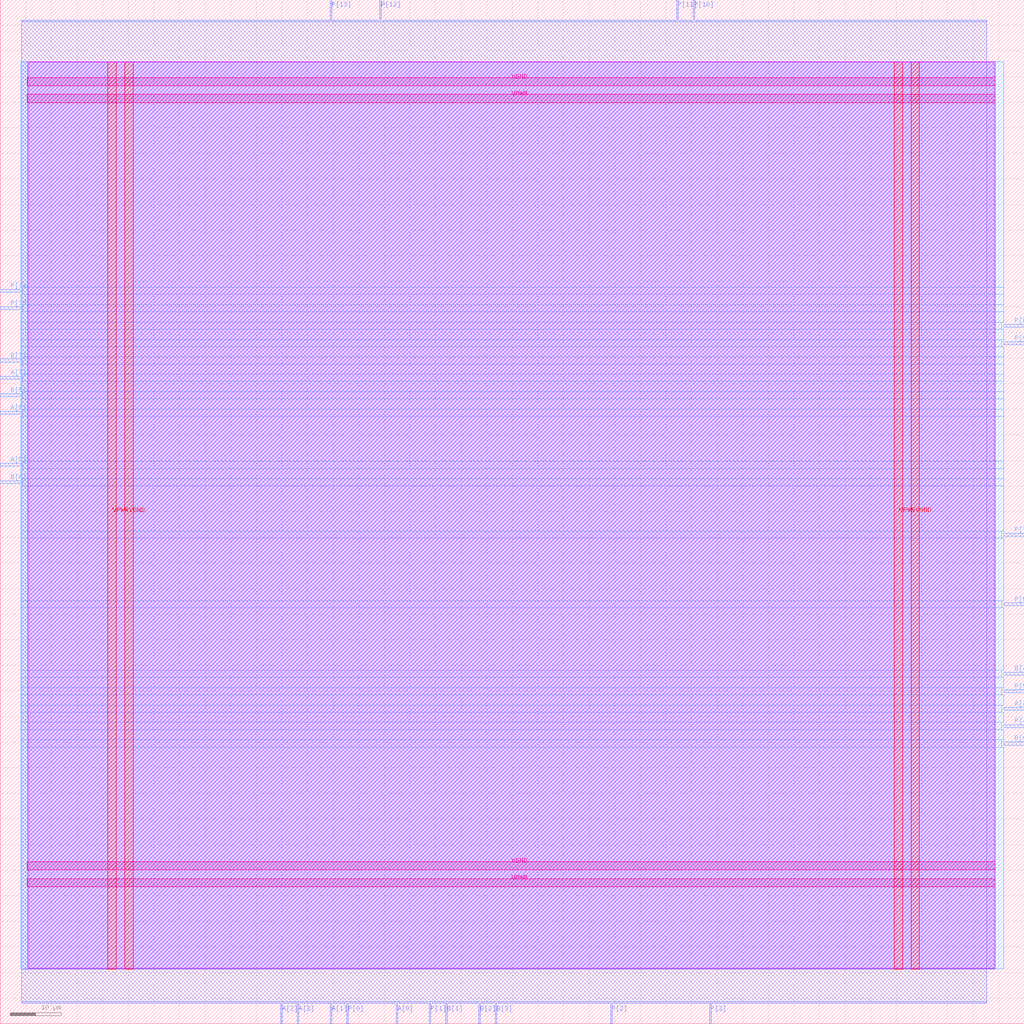
<source format=lef>
VERSION 5.7 ;
  NOWIREEXTENSIONATPIN ON ;
  DIVIDERCHAR "/" ;
  BUSBITCHARS "[]" ;
MACRO mult8_2bits_1op_e17503
  CLASS BLOCK ;
  FOREIGN mult8_2bits_1op_e17503 ;
  ORIGIN 0.000 0.000 ;
  SIZE 200.000 BY 200.000 ;
  PIN A[0]
    DIRECTION INPUT ;
    USE SIGNAL ;
    ANTENNAGATEAREA 0.742500 ;
    PORT
      LAYER met2 ;
        RECT 77.370 0.000 77.650 4.000 ;
    END
  END A[0]
  PIN A[1]
    DIRECTION INPUT ;
    USE SIGNAL ;
    ANTENNAGATEAREA 0.159000 ;
    PORT
      LAYER met2 ;
        RECT 64.490 0.000 64.770 4.000 ;
    END
  END A[1]
  PIN A[2]
    DIRECTION INPUT ;
    USE SIGNAL ;
    ANTENNAGATEAREA 0.196500 ;
    PORT
      LAYER met2 ;
        RECT 54.830 0.000 55.110 4.000 ;
    END
  END A[2]
  PIN A[3]
    DIRECTION INPUT ;
    USE SIGNAL ;
    ANTENNAGATEAREA 0.159000 ;
    PORT
      LAYER met2 ;
        RECT 58.050 0.000 58.330 4.000 ;
    END
  END A[3]
  PIN A[4]
    DIRECTION INPUT ;
    USE SIGNAL ;
    ANTENNAGATEAREA 0.196500 ;
    PORT
      LAYER met3 ;
        RECT 196.000 61.240 200.000 61.840 ;
    END
  END A[4]
  PIN A[5]
    DIRECTION INPUT ;
    USE SIGNAL ;
    ANTENNAGATEAREA 0.159000 ;
    PORT
      LAYER met3 ;
        RECT 0.000 108.840 4.000 109.440 ;
    END
  END A[5]
  PIN A[6]
    DIRECTION INPUT ;
    USE SIGNAL ;
    ANTENNAGATEAREA 0.196500 ;
    PORT
      LAYER met3 ;
        RECT 0.000 119.040 4.000 119.640 ;
    END
  END A[6]
  PIN A[7]
    DIRECTION INPUT ;
    USE SIGNAL ;
    ANTENNAGATEAREA 0.159000 ;
    PORT
      LAYER met3 ;
        RECT 0.000 125.840 4.000 126.440 ;
    END
  END A[7]
  PIN B[0]
    DIRECTION INPUT ;
    USE SIGNAL ;
    ANTENNAGATEAREA 0.213000 ;
    PORT
      LAYER met3 ;
        RECT 196.000 54.440 200.000 55.040 ;
    END
  END B[0]
  PIN B[1]
    DIRECTION INPUT ;
    USE SIGNAL ;
    ANTENNAGATEAREA 0.742500 ;
    PORT
      LAYER met2 ;
        RECT 87.030 0.000 87.310 4.000 ;
    END
  END B[1]
  PIN B[2]
    DIRECTION INPUT ;
    USE SIGNAL ;
    ANTENNAGATEAREA 0.495000 ;
    PORT
      LAYER met2 ;
        RECT 93.470 0.000 93.750 4.000 ;
    END
  END B[2]
  PIN B[3]
    DIRECTION INPUT ;
    USE SIGNAL ;
    ANTENNAGATEAREA 0.196500 ;
    PORT
      LAYER met2 ;
        RECT 96.690 0.000 96.970 4.000 ;
    END
  END B[3]
  PIN B[4]
    DIRECTION INPUT ;
    USE SIGNAL ;
    ANTENNAGATEAREA 0.213000 ;
    PORT
      LAYER met3 ;
        RECT 196.000 68.040 200.000 68.640 ;
    END
  END B[4]
  PIN B[5]
    DIRECTION INPUT ;
    USE SIGNAL ;
    ANTENNAGATEAREA 0.213000 ;
    PORT
      LAYER met3 ;
        RECT 0.000 122.440 4.000 123.040 ;
    END
  END B[5]
  PIN B[6]
    DIRECTION INPUT ;
    USE SIGNAL ;
    ANTENNAGATEAREA 0.159000 ;
    PORT
      LAYER met3 ;
        RECT 0.000 105.440 4.000 106.040 ;
    END
  END B[6]
  PIN B[7]
    DIRECTION INPUT ;
    USE SIGNAL ;
    ANTENNAGATEAREA 0.196500 ;
    PORT
      LAYER met3 ;
        RECT 0.000 129.240 4.000 129.840 ;
    END
  END B[7]
  PIN P[0]
    DIRECTION OUTPUT ;
    USE SIGNAL ;
    ANTENNADIFFAREA 0.445500 ;
    PORT
      LAYER met2 ;
        RECT 67.710 0.000 67.990 4.000 ;
    END
  END P[0]
  PIN P[10]
    DIRECTION OUTPUT ;
    USE SIGNAL ;
    ANTENNADIFFAREA 1.336500 ;
    PORT
      LAYER met2 ;
        RECT 135.330 196.000 135.610 200.000 ;
    END
  END P[10]
  PIN P[11]
    DIRECTION OUTPUT ;
    USE SIGNAL ;
    ANTENNADIFFAREA 1.336500 ;
    PORT
      LAYER met2 ;
        RECT 132.110 196.000 132.390 200.000 ;
    END
  END P[11]
  PIN P[12]
    DIRECTION OUTPUT ;
    USE SIGNAL ;
    ANTENNADIFFAREA 1.336500 ;
    PORT
      LAYER met2 ;
        RECT 74.150 196.000 74.430 200.000 ;
    END
  END P[12]
  PIN P[13]
    DIRECTION OUTPUT ;
    USE SIGNAL ;
    ANTENNADIFFAREA 1.336500 ;
    PORT
      LAYER met2 ;
        RECT 64.490 196.000 64.770 200.000 ;
    END
  END P[13]
  PIN P[14]
    DIRECTION OUTPUT ;
    USE SIGNAL ;
    ANTENNADIFFAREA 1.336500 ;
    PORT
      LAYER met3 ;
        RECT 0.000 142.840 4.000 143.440 ;
    END
  END P[14]
  PIN P[15]
    DIRECTION OUTPUT ;
    USE SIGNAL ;
    ANTENNADIFFAREA 1.336500 ;
    PORT
      LAYER met3 ;
        RECT 0.000 139.440 4.000 140.040 ;
    END
  END P[15]
  PIN P[1]
    DIRECTION OUTPUT ;
    USE SIGNAL ;
    ANTENNADIFFAREA 0.445500 ;
    PORT
      LAYER met2 ;
        RECT 83.810 0.000 84.090 4.000 ;
    END
  END P[1]
  PIN P[2]
    DIRECTION OUTPUT ;
    USE SIGNAL ;
    ANTENNADIFFAREA 0.445500 ;
    PORT
      LAYER met2 ;
        RECT 119.230 0.000 119.510 4.000 ;
    END
  END P[2]
  PIN P[3]
    DIRECTION OUTPUT ;
    USE SIGNAL ;
    ANTENNADIFFAREA 0.445500 ;
    PORT
      LAYER met2 ;
        RECT 138.550 0.000 138.830 4.000 ;
    END
  END P[3]
  PIN P[4]
    DIRECTION OUTPUT ;
    USE SIGNAL ;
    ANTENNADIFFAREA 0.445500 ;
    PORT
      LAYER met3 ;
        RECT 196.000 57.840 200.000 58.440 ;
    END
  END P[4]
  PIN P[5]
    DIRECTION OUTPUT ;
    USE SIGNAL ;
    ANTENNADIFFAREA 0.445500 ;
    PORT
      LAYER met3 ;
        RECT 196.000 64.640 200.000 65.240 ;
    END
  END P[5]
  PIN P[6]
    DIRECTION OUTPUT ;
    USE SIGNAL ;
    ANTENNADIFFAREA 0.445500 ;
    PORT
      LAYER met3 ;
        RECT 196.000 81.640 200.000 82.240 ;
    END
  END P[6]
  PIN P[7]
    DIRECTION OUTPUT ;
    USE SIGNAL ;
    ANTENNADIFFAREA 1.336500 ;
    PORT
      LAYER met3 ;
        RECT 196.000 95.240 200.000 95.840 ;
    END
  END P[7]
  PIN P[8]
    DIRECTION OUTPUT ;
    USE SIGNAL ;
    ANTENNADIFFAREA 1.336500 ;
    PORT
      LAYER met3 ;
        RECT 196.000 136.040 200.000 136.640 ;
    END
  END P[8]
  PIN P[9]
    DIRECTION OUTPUT ;
    USE SIGNAL ;
    ANTENNADIFFAREA 1.336500 ;
    PORT
      LAYER met3 ;
        RECT 196.000 132.640 200.000 133.240 ;
    END
  END P[9]
  PIN VGND
    DIRECTION INOUT ;
    USE GROUND ;
    PORT
      LAYER met4 ;
        RECT 24.340 10.640 25.940 187.920 ;
    END
    PORT
      LAYER met4 ;
        RECT 177.940 10.640 179.540 187.920 ;
    END
    PORT
      LAYER met5 ;
        RECT 5.280 30.030 194.360 31.630 ;
    END
    PORT
      LAYER met5 ;
        RECT 5.280 183.210 194.360 184.810 ;
    END
  END VGND
  PIN VPWR
    DIRECTION INOUT ;
    USE POWER ;
    PORT
      LAYER met4 ;
        RECT 21.040 10.640 22.640 187.920 ;
    END
    PORT
      LAYER met4 ;
        RECT 174.640 10.640 176.240 187.920 ;
    END
    PORT
      LAYER met5 ;
        RECT 5.280 26.730 194.360 28.330 ;
    END
    PORT
      LAYER met5 ;
        RECT 5.280 179.910 194.360 181.510 ;
    END
  END VPWR
  OBS
      LAYER nwell ;
        RECT 5.330 10.795 194.310 187.870 ;
      LAYER li1 ;
        RECT 5.520 10.795 194.120 187.765 ;
      LAYER met1 ;
        RECT 4.210 10.640 194.120 187.920 ;
      LAYER met2 ;
        RECT 4.230 195.720 64.210 196.000 ;
        RECT 65.050 195.720 73.870 196.000 ;
        RECT 74.710 195.720 131.830 196.000 ;
        RECT 132.670 195.720 135.050 196.000 ;
        RECT 135.890 195.720 192.650 196.000 ;
        RECT 4.230 4.280 192.650 195.720 ;
        RECT 4.230 4.000 54.550 4.280 ;
        RECT 55.390 4.000 57.770 4.280 ;
        RECT 58.610 4.000 64.210 4.280 ;
        RECT 65.050 4.000 67.430 4.280 ;
        RECT 68.270 4.000 77.090 4.280 ;
        RECT 77.930 4.000 83.530 4.280 ;
        RECT 84.370 4.000 86.750 4.280 ;
        RECT 87.590 4.000 93.190 4.280 ;
        RECT 94.030 4.000 96.410 4.280 ;
        RECT 97.250 4.000 118.950 4.280 ;
        RECT 119.790 4.000 138.270 4.280 ;
        RECT 139.110 4.000 192.650 4.280 ;
      LAYER met3 ;
        RECT 3.990 143.840 196.000 187.845 ;
        RECT 4.400 142.440 196.000 143.840 ;
        RECT 3.990 140.440 196.000 142.440 ;
        RECT 4.400 139.040 196.000 140.440 ;
        RECT 3.990 137.040 196.000 139.040 ;
        RECT 3.990 135.640 195.600 137.040 ;
        RECT 3.990 133.640 196.000 135.640 ;
        RECT 3.990 132.240 195.600 133.640 ;
        RECT 3.990 130.240 196.000 132.240 ;
        RECT 4.400 128.840 196.000 130.240 ;
        RECT 3.990 126.840 196.000 128.840 ;
        RECT 4.400 125.440 196.000 126.840 ;
        RECT 3.990 123.440 196.000 125.440 ;
        RECT 4.400 122.040 196.000 123.440 ;
        RECT 3.990 120.040 196.000 122.040 ;
        RECT 4.400 118.640 196.000 120.040 ;
        RECT 3.990 109.840 196.000 118.640 ;
        RECT 4.400 108.440 196.000 109.840 ;
        RECT 3.990 106.440 196.000 108.440 ;
        RECT 4.400 105.040 196.000 106.440 ;
        RECT 3.990 96.240 196.000 105.040 ;
        RECT 3.990 94.840 195.600 96.240 ;
        RECT 3.990 82.640 196.000 94.840 ;
        RECT 3.990 81.240 195.600 82.640 ;
        RECT 3.990 69.040 196.000 81.240 ;
        RECT 3.990 67.640 195.600 69.040 ;
        RECT 3.990 65.640 196.000 67.640 ;
        RECT 3.990 64.240 195.600 65.640 ;
        RECT 3.990 62.240 196.000 64.240 ;
        RECT 3.990 60.840 195.600 62.240 ;
        RECT 3.990 58.840 196.000 60.840 ;
        RECT 3.990 57.440 195.600 58.840 ;
        RECT 3.990 55.440 196.000 57.440 ;
        RECT 3.990 54.040 195.600 55.440 ;
        RECT 3.990 10.715 196.000 54.040 ;
  END
END mult8_2bits_1op_e17503
END LIBRARY


</source>
